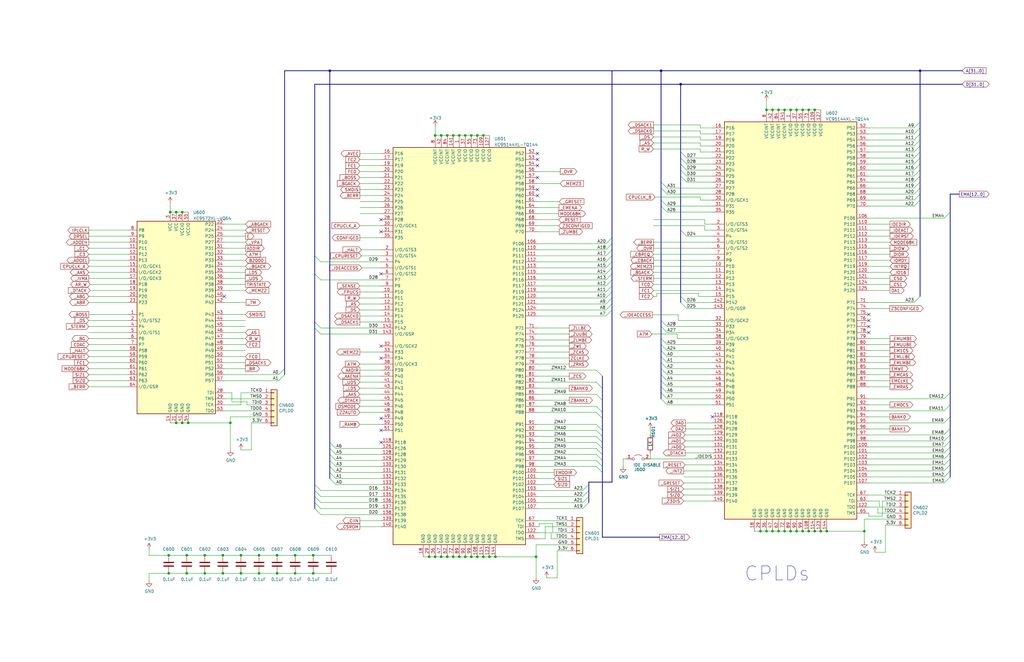
<source format=kicad_sch>
(kicad_sch (version 20211123) (generator eeschema)
  (paper "B")
  (title_block (title "Amiga N2630") (date "2022-09-09") (rev "2.2"))
  (junction (at 93.98 234.315))
  (junction (at 124.46 234.315))
  (junction (at 364.49 224.155))
  (junction (at 335.915 224.155))
  (junction (at 71.755 89.535))
  (junction (at 226.06 234.95))
  (junction (at 74.295 178.435))
  (junction (at 74.295 89.535))
  (junction (at 109.22 234.315))
  (junction (at 71.12 234.315))
  (junction (at 206.375 234.95))
  (junction (at 132.08 234.315))
  (junction (at 208.915 234.95))
  (junction (at 203.835 57.15))
  (junction (at 139.065 29.845))
  (junction (at 109.22 241.935))
  (junction (at 132.08 241.935))
  (junction (at 191.135 57.15))
  (junction (at 193.675 57.15))
  (junction (at 86.36 234.315))
  (junction (at 196.215 57.15))
  (junction (at 325.755 224.155))
  (junction (at 183.515 57.15))
  (junction (at 191.135 234.95))
  (junction (at 76.835 178.435))
  (junction (at 343.535 46.355))
  (junction (at 330.835 224.155))
  (junction (at 387.985 29.845))
  (junction (at 116.84 234.315))
  (junction (at 188.595 57.15))
  (junction (at 97.155 178.435))
  (junction (at 201.295 57.15))
  (junction (at 180.975 234.95))
  (junction (at 340.995 46.355))
  (junction (at 287.02 35.56))
  (junction (at 78.74 234.315))
  (junction (at 76.835 89.535))
  (junction (at 78.74 241.935))
  (junction (at 124.46 241.935))
  (junction (at 278.765 29.845))
  (junction (at 333.375 224.155))
  (junction (at 101.6 234.315))
  (junction (at 340.995 224.155))
  (junction (at 323.215 46.355))
  (junction (at 325.755 46.355))
  (junction (at 338.455 46.355))
  (junction (at 346.075 224.155))
  (junction (at 186.055 234.95))
  (junction (at 198.755 57.15))
  (junction (at 79.375 178.435))
  (junction (at 196.215 234.95))
  (junction (at 186.055 57.15))
  (junction (at 93.98 241.935))
  (junction (at 328.295 46.355))
  (junction (at 101.6 241.935))
  (junction (at 323.215 224.155))
  (junction (at 328.295 224.155))
  (junction (at 343.535 224.155))
  (junction (at 330.835 46.355))
  (junction (at 116.84 241.935))
  (junction (at 335.915 46.355))
  (junction (at 320.675 224.155))
  (junction (at 338.455 224.155))
  (junction (at 183.515 234.95))
  (junction (at 71.12 241.935))
  (junction (at 86.36 241.935))
  (junction (at 333.375 46.355))
  (junction (at 193.675 234.95))
  (junction (at 203.835 234.95))
  (junction (at 188.595 234.95))
  (junction (at 201.295 234.95))
  (junction (at 348.615 224.155))
  (junction (at 198.755 234.95))
  (no_connect (at 94.615 125.095))
  (no_connect (at 160.655 186.69))
  (no_connect (at 226.695 82.55))
  (no_connect (at 226.695 80.01))
  (no_connect (at 226.695 74.93))
  (no_connect (at 226.695 67.31))
  (no_connect (at 226.695 64.77))
  (no_connect (at 226.695 69.85))
  (no_connect (at 160.655 115.57))
  (no_connect (at 160.655 97.79))
  (no_connect (at 300.355 175.895))
  (no_connect (at 160.655 146.05))
  (no_connect (at 160.655 92.71))
  (no_connect (at 366.395 140.335))
  (no_connect (at 366.395 137.795))
  (no_connect (at 366.395 135.255))
  (no_connect (at 160.655 151.13))
  (no_connect (at 160.655 176.53))
  (no_connect (at 160.655 181.61))
  (no_connect (at 366.395 132.715))
  (bus_entry (at 281.305 137.795) (size -2.54 -2.54))
  (bus_entry (at 398.145 186.055) (size 2.54 -2.54))
  (bus_entry (at 398.018 183.515) (size 2.54 -2.54))
  (bus_entry (at 398.145 188.595) (size 2.54 -2.54))
  (bus_entry (at 398.145 173.355) (size 2.54 -2.54))
  (bus_entry (at 398.145 178.435) (size 2.54 -2.54))
  (bus_entry (at 255.524 107.95) (size 2.54 -2.54))
  (bus_entry (at 385.445 74.295) (size 2.54 -2.54))
  (bus_entry (at 385.445 61.595) (size 2.54 -2.54))
  (bus_entry (at 255.524 133.35) (size 2.54 -2.54))
  (bus_entry (at 385.445 53.975) (size 2.54 -2.54))
  (bus_entry (at 281.305 89.535) (size -2.54 -2.54))
  (bus_entry (at 281.305 79.375) (size -2.54 -2.54))
  (bus_entry (at 385.445 127.635) (size 2.54 -2.54))
  (bus_entry (at 385.445 79.375) (size 2.54 -2.54))
  (bus_entry (at 135.255 209.55) (size -2.54 -2.54))
  (bus_entry (at 289.56 71.755) (size -2.54 -2.54))
  (bus_entry (at 281.305 165.735) (size -2.54 -2.54))
  (bus_entry (at 398.145 201.295) (size 2.54 -2.54))
  (bus_entry (at 398.145 193.675) (size 2.54 -2.54))
  (bus_entry (at 398.145 203.835) (size 2.54 -2.54))
  (bus_entry (at 398.145 92.075) (size 2.54 -2.54))
  (bus_entry (at 398.018 198.755) (size 2.54 -2.54))
  (bus_entry (at 398.145 196.215) (size 2.54 -2.54))
  (bus_entry (at 398.145 191.135) (size 2.54 -2.54))
  (bus_entry (at 251.46 156.21) (size 2.54 2.54))
  (bus_entry (at 135.255 207.01) (size -2.54 -2.54))
  (bus_entry (at 281.305 163.195) (size -2.54 -2.54))
  (bus_entry (at 281.305 150.495) (size -2.54 -2.54))
  (bus_entry (at 281.305 145.415) (size -2.54 -2.54))
  (bus_entry (at 141.605 204.47) (size -2.54 -2.54))
  (bus_entry (at 141.605 196.85) (size -2.54 -2.54))
  (bus_entry (at 141.605 194.31) (size -2.54 -2.54))
  (bus_entry (at 141.605 199.39) (size -2.54 -2.54))
  (bus_entry (at 141.605 201.93) (size -2.54 -2.54))
  (bus_entry (at 141.605 189.23) (size -2.54 -2.54))
  (bus_entry (at 141.605 191.77) (size -2.54 -2.54))
  (bus_entry (at 255.524 118.11) (size 2.54 -2.54))
  (bus_entry (at 255.524 128.27) (size 2.54 -2.54))
  (bus_entry (at 255.524 120.65) (size 2.54 -2.54))
  (bus_entry (at 255.524 123.19) (size 2.54 -2.54))
  (bus_entry (at 255.524 125.73) (size 2.54 -2.54))
  (bus_entry (at 255.524 130.81) (size 2.54 -2.54))
  (bus_entry (at 245.745 207.01) (size 2.54 -2.54))
  (bus_entry (at 245.745 214.63) (size 2.54 -2.54))
  (bus_entry (at 245.745 212.09) (size 2.54 -2.54))
  (bus_entry (at 255.524 115.57) (size 2.54 -2.54))
  (bus_entry (at 255.524 113.03) (size 2.54 -2.54))
  (bus_entry (at 245.745 209.55) (size 2.54 -2.54))
  (bus_entry (at 251.46 161.29) (size 2.54 2.54))
  (bus_entry (at 385.445 84.455) (size 2.54 -2.54))
  (bus_entry (at 289.56 130.175) (size -2.54 -2.54))
  (bus_entry (at 385.445 69.215) (size 2.54 -2.54))
  (bus_entry (at 255.524 110.49) (size 2.54 -2.54))
  (bus_entry (at 385.445 81.915) (size 2.54 -2.54))
  (bus_entry (at 385.445 59.055) (size 2.54 -2.54))
  (bus_entry (at 281.305 170.815) (size -2.54 -2.54))
  (bus_entry (at 289.56 127.635) (size -2.54 -2.54))
  (bus_entry (at 385.445 56.515) (size 2.54 -2.54))
  (bus_entry (at 281.305 155.575) (size -2.54 -2.54))
  (bus_entry (at 135.255 217.17) (size -2.54 -2.54))
  (bus_entry (at 289.56 74.295) (size -2.54 -2.54))
  (bus_entry (at 281.305 168.275) (size -2.54 -2.54))
  (bus_entry (at 281.305 160.655) (size -2.54 -2.54))
  (bus_entry (at 289.56 99.695) (size -2.54 -2.54))
  (bus_entry (at 117.475 158.115) (size 2.54 -2.54))
  (bus_entry (at 255.524 102.87) (size 2.54 -2.54))
  (bus_entry (at 385.445 71.755) (size 2.54 -2.54))
  (bus_entry (at 281.305 158.115) (size -2.54 -2.54))
  (bus_entry (at 398.145 168.275) (size 2.54 -2.54))
  (bus_entry (at 289.56 66.675) (size -2.54 -2.54))
  (bus_entry (at 281.305 147.955) (size -2.54 -2.54))
  (bus_entry (at 385.445 64.135) (size 2.54 -2.54))
  (bus_entry (at 281.305 140.335) (size -2.54 -2.54))
  (bus_entry (at 385.445 86.995) (size 2.54 -2.54))
  (bus_entry (at 289.56 76.835) (size -2.54 -2.54))
  (bus_entry (at 385.445 66.675) (size 2.54 -2.54))
  (bus_entry (at 385.445 76.835) (size 2.54 -2.54))
  (bus_entry (at 255.524 105.41) (size 2.54 -2.54))
  (bus_entry (at 281.305 153.035) (size -2.54 -2.54))
  (bus_entry (at 135.255 212.09) (size -2.54 -2.54))
  (bus_entry (at 289.56 69.215) (size -2.54 -2.54))
  (bus_entry (at 251.46 171.45) (size 2.54 2.54))
  (bus_entry (at 251.46 166.37) (size 2.54 2.54))
  (bus_entry (at 251.46 179.07) (size 2.54 2.54))
  (bus_entry (at 251.46 173.99) (size 2.54 2.54))
  (bus_entry (at 251.46 191.77) (size 2.54 2.54))
  (bus_entry (at 251.46 194.31) (size 2.54 2.54))
  (bus_entry (at 251.46 196.85) (size 2.54 2.54))
  (bus_entry (at 251.46 184.15) (size 2.54 2.54))
  (bus_entry (at 251.46 189.23) (size 2.54 2.54))
  (bus_entry (at 251.46 181.61) (size 2.54 2.54))
  (bus_entry (at 251.46 186.69) (size 2.54 2.54))
  (bus_entry (at 117.475 160.655) (size 2.54 -2.54))
  (bus_entry (at 281.305 86.995) (size -2.54 -2.54))
  (bus_entry (at 281.305 81.915) (size -2.54 -2.54))
  (bus_entry (at 135.255 110.49) (size -2.54 -2.54))
  (bus_entry (at 135.255 118.11) (size -2.54 -2.54))
  (bus_entry (at 135.255 140.97) (size -2.54 -2.54))
  (bus_entry (at 135.255 138.43) (size -2.54 -2.54))
  (bus_entry (at 135.255 214.63) (size -2.54 -2.54))
  (bus (pts (xy 278.765 79.375) (xy 278.765 84.455)))
  (wire (pts (xy 53.975 112.395) (xy 37.465 112.395)))
  (wire (pts (xy 160.655 166.37) (xy 151.765 166.37)))
  (wire (pts (xy 366.395 173.355) (xy 398.145 173.355)))
  (wire (pts (xy 276.225 83.185) (xy 295.275 83.185)))
  (wire (pts (xy 183.515 234.95) (xy 186.055 234.95)))
  (wire (pts (xy 226.06 243.84) (xy 226.06 234.95)))
  (bus (pts (xy 254 163.83) (xy 254 168.91)))
  (wire (pts (xy 226.06 234.95) (xy 226.06 229.87)))
  (bus (pts (xy 258.064 120.65) (xy 258.064 118.11)))
  (bus (pts (xy 132.715 107.95) (xy 132.715 35.56)))
  (wire (pts (xy 297.18 97.155) (xy 300.355 97.155)))
  (bus (pts (xy 258.064 115.57) (xy 258.064 113.03)))
  (bus (pts (xy 254 181.61) (xy 254 184.15)))
  (wire (pts (xy 203.835 234.95) (xy 206.375 234.95)))
  (wire (pts (xy 366.395 109.855) (xy 375.285 109.855)))
  (wire (pts (xy 288.29 203.835) (xy 300.355 203.835)))
  (wire (pts (xy 103.505 147.955) (xy 94.615 147.955)))
  (wire (pts (xy 297.18 92.71) (xy 297.18 94.615)))
  (wire (pts (xy 180.975 234.95) (xy 183.515 234.95)))
  (wire (pts (xy 101.6 241.935) (xy 93.98 241.935)))
  (wire (pts (xy 239.395 222.25) (xy 229.87 222.25)))
  (bus (pts (xy 248.285 212.09) (xy 248.285 209.55)))
  (wire (pts (xy 300.355 165.735) (xy 281.305 165.735)))
  (bus (pts (xy 287.02 125.095) (xy 287.02 127.635)))
  (wire (pts (xy 289.56 127.635) (xy 300.355 127.635)))
  (wire (pts (xy 300.355 160.655) (xy 281.305 160.655)))
  (wire (pts (xy 53.975 109.855) (xy 37.465 109.855)))
  (wire (pts (xy 103.505 135.255) (xy 94.615 135.255)))
  (wire (pts (xy 188.595 234.95) (xy 191.135 234.95)))
  (wire (pts (xy 151.765 222.25) (xy 160.655 222.25)))
  (wire (pts (xy 366.395 170.815) (xy 375.285 170.815)))
  (wire (pts (xy 372.11 217.805) (xy 366.395 217.805)))
  (wire (pts (xy 104.14 170.815) (xy 110.49 170.815)))
  (wire (pts (xy 366.395 120.015) (xy 375.285 120.015)))
  (wire (pts (xy 135.255 214.63) (xy 160.655 214.63)))
  (wire (pts (xy 320.675 224.155) (xy 318.135 224.155)))
  (wire (pts (xy 286.004 135.255) (xy 286.004 132.842)))
  (wire (pts (xy 295.275 52.705) (xy 275.59 52.705)))
  (bus (pts (xy 139.065 194.31) (xy 139.065 196.85)))
  (wire (pts (xy 328.295 46.355) (xy 325.755 46.355)))
  (wire (pts (xy 385.445 71.755) (xy 366.395 71.755)))
  (wire (pts (xy 274.193 193.675) (xy 300.355 193.675)))
  (bus (pts (xy 254 158.75) (xy 254 163.83)))
  (wire (pts (xy 281.305 150.495) (xy 300.355 150.495)))
  (wire (pts (xy 255.524 110.49) (xy 226.695 110.49)))
  (wire (pts (xy 245.745 214.63) (xy 226.695 214.63)))
  (wire (pts (xy 262.763 193.675) (xy 262.763 196.85)))
  (wire (pts (xy 364.49 224.155) (xy 364.49 219.075)))
  (wire (pts (xy 385.445 84.455) (xy 366.395 84.455)))
  (bus (pts (xy 132.715 212.09) (xy 132.715 214.63)))
  (wire (pts (xy 97.155 178.435) (xy 97.155 175.895)))
  (wire (pts (xy 53.975 122.555) (xy 38.1 122.555)))
  (wire (pts (xy 285.5976 142.875) (xy 285.5976 140.97)))
  (wire (pts (xy 295.275 60.325) (xy 295.275 61.595)))
  (bus (pts (xy 248.285 209.55) (xy 248.285 207.01)))
  (wire (pts (xy 297.18 95.25) (xy 297.18 97.155)))
  (wire (pts (xy 71.755 85.725) (xy 71.755 89.535)))
  (wire (pts (xy 103.505 102.235) (xy 94.615 102.235)))
  (wire (pts (xy 135.255 207.01) (xy 160.655 207.01)))
  (wire (pts (xy 300.355 107.315) (xy 275.59 107.315)))
  (wire (pts (xy 151.765 87.63) (xy 160.655 87.63)))
  (wire (pts (xy 226.695 97.79) (xy 235.839 97.79)))
  (wire (pts (xy 103.505 155.575) (xy 94.615 155.575)))
  (bus (pts (xy 132.715 138.557) (xy 132.715 204.47)))
  (wire (pts (xy 226.695 189.23) (xy 251.46 189.23)))
  (wire (pts (xy 191.135 57.15) (xy 188.595 57.15)))
  (wire (pts (xy 53.975 125.095) (xy 37.465 125.095)))
  (wire (pts (xy 335.915 46.355) (xy 333.375 46.355)))
  (wire (pts (xy 300.355 208.915) (xy 288.29 208.915)))
  (wire (pts (xy 94.615 94.615) (xy 103.505 94.615)))
  (wire (pts (xy 385.445 127.635) (xy 366.395 127.635)))
  (wire (pts (xy 226.695 219.71) (xy 239.395 219.71)))
  (bus (pts (xy 258.064 102.87) (xy 258.064 100.33)))
  (wire (pts (xy 281.305 147.955) (xy 300.355 147.955)))
  (wire (pts (xy 226.695 92.71) (xy 235.585 92.71)))
  (wire (pts (xy 37.465 158.115) (xy 53.975 158.115)))
  (wire (pts (xy 281.305 89.535) (xy 300.355 89.535)))
  (wire (pts (xy 281.305 81.915) (xy 300.355 81.915)))
  (bus (pts (xy 254 191.77) (xy 254 194.31)))
  (wire (pts (xy 289.56 99.695) (xy 300.355 99.695)))
  (bus (pts (xy 400.685 191.135) (xy 400.685 188.595)))
  (wire (pts (xy 226.695 194.31) (xy 251.46 194.31)))
  (wire (pts (xy 160.655 74.93) (xy 151.765 74.93)))
  (wire (pts (xy 103.505 122.555) (xy 94.615 122.555)))
  (wire (pts (xy 226.695 191.77) (xy 251.46 191.77)))
  (bus (pts (xy 258.064 118.11) (xy 258.064 115.57)))
  (bus (pts (xy 254 199.39) (xy 254 226.695)))
  (wire (pts (xy 300.355 186.055) (xy 288.925 186.055)))
  (wire (pts (xy 94.615 158.115) (xy 117.475 158.115)))
  (wire (pts (xy 300.355 112.395) (xy 275.59 112.395)))
  (wire (pts (xy 289.56 74.295) (xy 300.355 74.295)))
  (wire (pts (xy 206.375 234.95) (xy 208.915 234.95)))
  (wire (pts (xy 366.395 175.895) (xy 375.285 175.895)))
  (wire (pts (xy 274.193 183.515) (xy 274.193 180.975)))
  (wire (pts (xy 196.215 234.95) (xy 198.755 234.95)))
  (wire (pts (xy 160.655 64.77) (xy 151.765 64.77)))
  (bus (pts (xy 387.985 64.135) (xy 387.985 66.675)))
  (bus (pts (xy 254 189.23) (xy 254 191.77)))
  (wire (pts (xy 300.355 125.095) (xy 294.64 125.095)))
  (wire (pts (xy 160.655 77.47) (xy 151.765 77.47)))
  (wire (pts (xy 300.355 170.815) (xy 281.305 170.815)))
  (wire (pts (xy 274.193 191.135) (xy 274.193 193.675)))
  (wire (pts (xy 141.605 196.85) (xy 160.655 196.85)))
  (wire (pts (xy 289.56 76.835) (xy 300.355 76.835)))
  (wire (pts (xy 94.615 109.855) (xy 103.505 109.855)))
  (wire (pts (xy 385.445 53.975) (xy 366.395 53.975)))
  (wire (pts (xy 160.655 173.99) (xy 151.765 173.99)))
  (wire (pts (xy 325.755 46.355) (xy 323.215 46.355)))
  (wire (pts (xy 196.215 57.15) (xy 193.675 57.15)))
  (wire (pts (xy 53.975 117.475) (xy 37.465 117.475)))
  (bus (pts (xy 400.685 175.895) (xy 400.685 170.815)))
  (bus (pts (xy 387.985 61.595) (xy 387.985 64.135)))
  (wire (pts (xy 366.395 145.415) (xy 375.285 145.415)))
  (wire (pts (xy 93.98 241.935) (xy 86.36 241.935)))
  (wire (pts (xy 300.355 183.515) (xy 288.925 183.515)))
  (wire (pts (xy 275.59 104.775) (xy 300.355 104.775)))
  (wire (pts (xy 103.505 150.495) (xy 94.615 150.495)))
  (wire (pts (xy 37.465 147.955) (xy 53.975 147.955)))
  (wire (pts (xy 226.695 199.39) (xy 233.68 199.39)))
  (wire (pts (xy 124.46 241.935) (xy 132.08 241.935)))
  (wire (pts (xy 340.995 224.155) (xy 338.455 224.155)))
  (wire (pts (xy 37.465 132.715) (xy 53.975 132.715)))
  (wire (pts (xy 37.465 140.335) (xy 53.975 140.335)))
  (bus (pts (xy 400.685 89.535) (xy 400.685 81.915)))
  (wire (pts (xy 151.765 156.21) (xy 160.655 156.21)))
  (wire (pts (xy 151.765 123.19) (xy 160.655 123.19)))
  (wire (pts (xy 53.975 137.795) (xy 37.465 137.795)))
  (bus (pts (xy 254 194.31) (xy 254 196.85)))
  (wire (pts (xy 226.695 90.17) (xy 235.585 90.17)))
  (wire (pts (xy 37.465 104.775) (xy 53.975 104.775)))
  (wire (pts (xy 300.355 163.195) (xy 281.305 163.195)))
  (wire (pts (xy 281.305 86.995) (xy 300.355 86.995)))
  (bus (pts (xy 248.285 203.454) (xy 258.064 203.454)))
  (wire (pts (xy 208.915 234.95) (xy 226.06 234.95)))
  (bus (pts (xy 278.765 158.115) (xy 278.765 160.655)))
  (wire (pts (xy 135.255 217.17) (xy 160.655 217.17)))
  (wire (pts (xy 191.135 234.95) (xy 193.675 234.95)))
  (bus (pts (xy 258.064 113.03) (xy 258.064 110.49)))
  (wire (pts (xy 366.395 178.435) (xy 398.145 178.435)))
  (bus (pts (xy 278.765 153.035) (xy 278.765 155.575)))
  (wire (pts (xy 385.445 69.215) (xy 366.395 69.215)))
  (bus (pts (xy 120.015 29.845) (xy 139.065 29.845)))
  (bus (pts (xy 287.02 35.56) (xy 287.02 64.135)))
  (wire (pts (xy 160.655 163.83) (xy 151.765 163.83)))
  (wire (pts (xy 375.285 122.555) (xy 366.395 122.555)))
  (bus (pts (xy 278.765 160.655) (xy 278.765 163.195)))
  (bus (pts (xy 254 176.53) (xy 254 181.61)))
  (bus (pts (xy 258.064 128.27) (xy 258.064 130.81)))
  (wire (pts (xy 151.765 125.73) (xy 160.655 125.73)))
  (wire (pts (xy 76.835 178.435) (xy 79.375 178.435)))
  (wire (pts (xy 151.765 158.75) (xy 160.655 158.75)))
  (wire (pts (xy 226.695 143.51) (xy 240.03 143.51)))
  (wire (pts (xy 234.95 243.84) (xy 230.505 243.84)))
  (wire (pts (xy 103.505 140.335) (xy 94.615 140.335)))
  (wire (pts (xy 226.695 87.63) (xy 235.712 87.63)))
  (wire (pts (xy 255.524 102.87) (xy 226.695 102.87)))
  (wire (pts (xy 109.22 241.935) (xy 101.6 241.935)))
  (wire (pts (xy 141.605 191.77) (xy 160.655 191.77)))
  (wire (pts (xy 193.675 234.95) (xy 196.215 234.95)))
  (wire (pts (xy 79.375 178.435) (xy 97.155 178.435)))
  (wire (pts (xy 372.11 211.455) (xy 372.11 217.805)))
  (bus (pts (xy 387.985 66.675) (xy 387.985 69.215)))
  (bus (pts (xy 400.685 81.915) (xy 404.495 81.915)))
  (wire (pts (xy 366.395 163.195) (xy 375.285 163.195)))
  (wire (pts (xy 103.505 145.415) (xy 94.615 145.415)))
  (wire (pts (xy 300.355 117.475) (xy 275.59 117.475)))
  (wire (pts (xy 264.033 193.675) (xy 262.763 193.675)))
  (wire (pts (xy 226.695 72.39) (xy 236.22 72.39)))
  (bus (pts (xy 278.765 145.415) (xy 278.765 147.955)))
  (bus (pts (xy 287.02 74.295) (xy 287.02 97.155)))
  (bus (pts (xy 278.765 29.845) (xy 387.985 29.845)))
  (bus (pts (xy 278.765 165.735) (xy 278.765 168.275)))
  (bus (pts (xy 400.685 193.675) (xy 400.685 191.135)))
  (wire (pts (xy 135.255 138.43) (xy 160.655 138.43)))
  (wire (pts (xy 109.22 234.315) (xy 116.84 234.315)))
  (wire (pts (xy 151.765 120.65) (xy 160.655 120.65)))
  (wire (pts (xy 160.655 107.95) (xy 152.4 107.95)))
  (bus (pts (xy 287.02 64.135) (xy 287.02 66.675)))
  (bus (pts (xy 258.064 130.81) (xy 258.064 203.454)))
  (wire (pts (xy 366.395 183.515) (xy 398.018 183.515)))
  (wire (pts (xy 141.605 189.23) (xy 160.655 189.23)))
  (wire (pts (xy 333.375 46.355) (xy 330.835 46.355)))
  (wire (pts (xy 226.695 153.67) (xy 240.03 153.67)))
  (wire (pts (xy 300.355 114.935) (xy 275.59 114.935)))
  (wire (pts (xy 160.655 95.25) (xy 151.765 95.25)))
  (wire (pts (xy 229.87 222.25) (xy 229.87 227.33)))
  (wire (pts (xy 233.045 220.98) (xy 227.33 220.98)))
  (bus (pts (xy 400.685 89.535) (xy 400.685 165.735)))
  (wire (pts (xy 116.84 241.935) (xy 124.46 241.935)))
  (wire (pts (xy 135.255 110.49) (xy 160.655 110.49)))
  (wire (pts (xy 53.975 107.315) (xy 37.465 107.315)))
  (wire (pts (xy 300.355 120.015) (xy 275.59 120.015)))
  (wire (pts (xy 86.36 234.315) (xy 78.74 234.315)))
  (bus (pts (xy 387.985 29.845) (xy 405.765 29.845)))
  (wire (pts (xy 226.695 77.47) (xy 236.1946 77.47)))
  (wire (pts (xy 103.505 112.395) (xy 94.615 112.395)))
  (wire (pts (xy 97.155 189.865) (xy 97.155 178.435)))
  (wire (pts (xy 151.765 130.81) (xy 160.655 130.81)))
  (wire (pts (xy 232.41 227.33) (xy 239.395 227.33)))
  (wire (pts (xy 275.59 60.325) (xy 295.275 60.325)))
  (wire (pts (xy 338.455 224.155) (xy 335.915 224.155)))
  (wire (pts (xy 226.695 85.09) (xy 235.839 85.09)))
  (wire (pts (xy 101.6 165.735) (xy 101.6 170.815)))
  (wire (pts (xy 370.84 213.995) (xy 377.825 213.995)))
  (wire (pts (xy 97.79 165.735) (xy 97.79 169.545)))
  (wire (pts (xy 300.355 84.455) (xy 295.275 84.455)))
  (wire (pts (xy 198.755 57.15) (xy 196.215 57.15)))
  (wire (pts (xy 226.695 179.07) (xy 251.46 179.07)))
  (wire (pts (xy 201.295 57.15) (xy 198.755 57.15)))
  (wire (pts (xy 276.86 125.095) (xy 275.59 125.095)))
  (wire (pts (xy 109.22 241.935) (xy 116.84 241.935)))
  (wire (pts (xy 297.18 94.615) (xy 300.355 94.615)))
  (wire (pts (xy 348.615 224.155) (xy 364.49 224.155)))
  (wire (pts (xy 71.12 234.315) (xy 62.865 234.315)))
  (bus (pts (xy 139.065 191.77) (xy 139.065 194.31)))
  (wire (pts (xy 385.445 86.995) (xy 366.395 86.995)))
  (wire (pts (xy 198.755 234.95) (xy 201.295 234.95)))
  (wire (pts (xy 255.524 133.35) (xy 226.695 133.35)))
  (bus (pts (xy 400.685 188.595) (xy 400.685 186.055)))
  (bus (pts (xy 258.064 100.33) (xy 258.064 29.972)))
  (bus (pts (xy 387.985 56.515) (xy 387.985 59.055)))
  (bus (pts (xy 139.065 186.69) (xy 139.065 189.23)))
  (wire (pts (xy 124.46 234.315) (xy 132.08 234.315)))
  (wire (pts (xy 294.64 123.825) (xy 276.86 123.825)))
  (wire (pts (xy 141.605 199.39) (xy 160.655 199.39)))
  (wire (pts (xy 71.12 241.935) (xy 62.865 241.935)))
  (wire (pts (xy 370.205 213.995) (xy 370.205 216.535)))
  (wire (pts (xy 366.395 168.275) (xy 398.145 168.275)))
  (wire (pts (xy 203.835 57.15) (xy 201.295 57.15)))
  (wire (pts (xy 53.975 99.695) (xy 37.465 99.695)))
  (wire (pts (xy 233.045 224.79) (xy 233.045 220.98)))
  (bus (pts (xy 400.685 183.515) (xy 400.685 175.895)))
  (wire (pts (xy 366.395 112.395) (xy 375.285 112.395)))
  (wire (pts (xy 37.465 153.035) (xy 53.975 153.035)))
  (bus (pts (xy 278.765 163.195) (xy 278.765 165.735)))
  (wire (pts (xy 226.695 184.15) (xy 251.46 184.15)))
  (wire (pts (xy 366.395 203.835) (xy 398.145 203.835)))
  (wire (pts (xy 366.395 114.935) (xy 375.285 114.935)))
  (wire (pts (xy 385.445 64.135) (xy 366.395 64.135)))
  (wire (pts (xy 186.055 234.95) (xy 188.595 234.95)))
  (wire (pts (xy 323.215 224.155) (xy 320.675 224.155)))
  (wire (pts (xy 288.29 198.755) (xy 300.355 198.755)))
  (wire (pts (xy 226.695 140.97) (xy 240.03 140.97)))
  (wire (pts (xy 300.355 191.135) (xy 288.925 191.135)))
  (wire (pts (xy 377.825 221.615) (xy 373.38 221.615)))
  (bus (pts (xy 278.765 137.795) (xy 278.765 142.875)))
  (wire (pts (xy 366.395 142.875) (xy 375.285 142.875)))
  (wire (pts (xy 255.524 130.81) (xy 226.695 130.81)))
  (bus (pts (xy 258.064 107.95) (xy 258.064 105.41)))
  (wire (pts (xy 385.445 56.515) (xy 366.395 56.515)))
  (wire (pts (xy 323.215 42.545) (xy 323.215 46.355)))
  (wire (pts (xy 103.505 137.795) (xy 94.615 137.795)))
  (wire (pts (xy 117.475 160.655) (xy 94.615 160.655)))
  (wire (pts (xy 132.08 234.315) (xy 139.7 234.315)))
  (wire (pts (xy 160.655 161.29) (xy 151.765 161.29)))
  (wire (pts (xy 300.355 56.515) (xy 295.275 56.515)))
  (bus (pts (xy 132.715 115.57) (xy 132.715 107.95)))
  (wire (pts (xy 226.695 204.47) (xy 233.553 204.47)))
  (wire (pts (xy 151.765 153.67) (xy 160.655 153.67)))
  (wire (pts (xy 53.975 127.635) (xy 37.465 127.635)))
  (bus (pts (xy 387.985 81.915) (xy 387.985 84.455)))
  (wire (pts (xy 288.925 196.215) (xy 300.355 196.215)))
  (wire (pts (xy 295.275 55.245) (xy 275.59 55.245)))
  (wire (pts (xy 97.79 169.545) (xy 104.14 169.545)))
  (bus (pts (xy 400.685 186.055) (xy 400.685 183.515)))
  (wire (pts (xy 132.08 241.935) (xy 139.7 241.935)))
  (wire (pts (xy 295.275 64.135) (xy 295.275 62.865)))
  (bus (pts (xy 400.685 201.295) (xy 400.685 198.755)))
  (wire (pts (xy 366.395 117.475) (xy 375.285 117.475)))
  (wire (pts (xy 288.925 180.975) (xy 300.355 180.975)))
  (wire (pts (xy 366.395 211.455) (xy 370.84 211.455)))
  (wire (pts (xy 226.695 151.13) (xy 240.03 151.13)))
  (wire (pts (xy 53.975 120.015) (xy 38.1 120.015)))
  (wire (pts (xy 370.205 216.535) (xy 377.825 216.535)))
  (wire (pts (xy 226.695 158.75) (xy 240.03 158.75)))
  (wire (pts (xy 364.49 219.075) (xy 377.825 219.075)))
  (wire (pts (xy 255.524 105.41) (xy 226.695 105.41)))
  (wire (pts (xy 295.275 56.515) (xy 295.275 55.245)))
  (wire (pts (xy 93.98 234.315) (xy 86.36 234.315)))
  (wire (pts (xy 276.86 123.825) (xy 276.86 125.095)))
  (wire (pts (xy 281.305 153.035) (xy 300.355 153.035)))
  (wire (pts (xy 373.38 233.045) (xy 368.935 233.045)))
  (bus (pts (xy 132.715 135.89) (xy 132.715 115.57)))
  (wire (pts (xy 275.59 102.235) (xy 300.355 102.235)))
  (wire (pts (xy 227.33 222.25) (xy 226.695 222.25)))
  (wire (pts (xy 275.59 62.865) (xy 295.275 62.865)))
  (wire (pts (xy 151.765 67.31) (xy 160.655 67.31)))
  (bus (pts (xy 254 184.15) (xy 254 186.69)))
  (wire (pts (xy 366.395 198.755) (xy 398.018 198.755)))
  (wire (pts (xy 366.395 104.775) (xy 375.285 104.775)))
  (wire (pts (xy 160.655 80.01) (xy 151.765 80.01)))
  (wire (pts (xy 255.524 113.03) (xy 226.695 113.03)))
  (wire (pts (xy 366.395 150.495) (xy 375.285 150.495)))
  (bus (pts (xy 287.02 35.56) (xy 405.765 35.56)))
  (wire (pts (xy 288.29 206.375) (xy 300.355 206.375)))
  (wire (pts (xy 160.655 171.45) (xy 151.765 171.45)))
  (wire (pts (xy 151.765 128.27) (xy 160.655 128.27)))
  (wire (pts (xy 206.375 57.15) (xy 203.835 57.15)))
  (wire (pts (xy 160.655 85.09) (xy 151.765 85.09)))
  (wire (pts (xy 160.655 179.07) (xy 151.765 179.07)))
  (wire (pts (xy 286.004 132.842) (xy 275.082 132.842)))
  (bus (pts (xy 287.02 71.755) (xy 287.02 74.295)))
  (wire (pts (xy 255.524 115.57) (xy 226.695 115.57)))
  (wire (pts (xy 160.655 168.91) (xy 151.765 168.91)))
  (wire (pts (xy 37.465 150.495) (xy 53.975 150.495)))
  (wire (pts (xy 385.445 79.375) (xy 366.395 79.375)))
  (wire (pts (xy 37.465 160.655) (xy 53.975 160.655)))
  (wire (pts (xy 328.295 224.155) (xy 325.755 224.155)))
  (wire (pts (xy 366.395 153.035) (xy 375.285 153.035)))
  (wire (pts (xy 245.745 212.09) (xy 226.695 212.09)))
  (wire (pts (xy 53.975 135.255) (xy 37.465 135.255)))
  (wire (pts (xy 275.59 57.785) (xy 295.275 57.785)))
  (wire (pts (xy 160.655 72.39) (xy 151.765 72.39)))
  (wire (pts (xy 226.695 171.45) (xy 251.46 171.45)))
  (wire (pts (xy 294.64 125.095) (xy 294.64 123.825)))
  (wire (pts (xy 37.465 145.415) (xy 53.975 145.415)))
  (wire (pts (xy 226.695 146.05) (xy 240.03 146.05)))
  (bus (pts (xy 400.685 170.815) (xy 400.685 165.735)))
  (bus (pts (xy 139.065 199.39) (xy 139.065 201.93)))
  (wire (pts (xy 364.49 228.6) (xy 364.49 224.155)))
  (wire (pts (xy 103.505 142.875) (xy 94.615 142.875)))
  (wire (pts (xy 377.825 211.455) (xy 372.11 211.455)))
  (bus (pts (xy 278.765 147.955) (xy 278.765 150.495)))
  (wire (pts (xy 94.615 97.155) (xy 103.505 97.155)))
  (bus (pts (xy 387.985 79.375) (xy 387.985 81.915)))
  (bus (pts (xy 120.015 158.115) (xy 120.015 155.575)))
  (bus (pts (xy 387.985 53.975) (xy 387.985 56.515)))
  (wire (pts (xy 226.695 181.61) (xy 251.46 181.61)))
  (wire (pts (xy 110.49 168.275) (xy 94.615 168.275)))
  (bus (pts (xy 132.715 35.56) (xy 287.02 35.56)))
  (wire (pts (xy 366.395 213.995) (xy 370.205 213.995)))
  (bus (pts (xy 254 226.695) (xy 278.13 226.695)))
  (bus (pts (xy 258.064 105.41) (xy 258.064 102.87)))
  (bus (pts (xy 120.015 155.575) (xy 120.015 29.845)))
  (wire (pts (xy 110.49 173.355) (xy 94.615 173.355)))
  (wire (pts (xy 160.655 204.47) (xy 141.605 204.47)))
  (wire (pts (xy 295.275 53.975) (xy 295.275 52.705)))
  (bus (pts (xy 139.065 196.85) (xy 139.065 199.39)))
  (bus (pts (xy 387.985 74.295) (xy 387.985 76.835)))
  (bus (pts (xy 387.985 69.215) (xy 387.985 71.755)))
  (wire (pts (xy 366.395 158.115) (xy 375.285 158.115)))
  (wire (pts (xy 289.56 71.755) (xy 300.355 71.755)))
  (wire (pts (xy 109.22 234.315) (xy 101.6 234.315)))
  (wire (pts (xy 330.835 224.155) (xy 328.295 224.155)))
  (wire (pts (xy 274.9296 140.97) (xy 285.5976 140.97)))
  (bus (pts (xy 387.985 51.435) (xy 387.985 53.975)))
  (wire (pts (xy 385.445 76.835) (xy 366.395 76.835)))
  (wire (pts (xy 37.465 155.575) (xy 53.975 155.575)))
  (wire (pts (xy 79.375 89.535) (xy 76.835 89.535)))
  (bus (pts (xy 132.715 138.43) (xy 132.715 135.89)))
  (wire (pts (xy 366.395 193.675) (xy 398.145 193.675)))
  (bus (pts (xy 258.064 123.19) (xy 258.064 120.65)))
  (wire (pts (xy 346.075 46.355) (xy 343.535 46.355)))
  (wire (pts (xy 152.5778 113.03) (xy 160.655 113.03)))
  (wire (pts (xy 74.295 178.435) (xy 76.835 178.435)))
  (wire (pts (xy 86.36 241.935) (xy 78.74 241.935)))
  (wire (pts (xy 106.045 189.865) (xy 101.6 189.865)))
  (bus (pts (xy 278.765 84.455) (xy 278.765 86.995)))
  (bus (pts (xy 278.765 155.575) (xy 278.765 158.115)))
  (bus (pts (xy 248.285 207.01) (xy 248.285 204.47)))
  (wire (pts (xy 226.695 156.21) (xy 251.46 156.21)))
  (wire (pts (xy 289.56 66.675) (xy 300.355 66.675)))
  (wire (pts (xy 385.445 74.295) (xy 366.395 74.295)))
  (wire (pts (xy 74.295 89.535) (xy 71.755 89.535)))
  (wire (pts (xy 106.045 178.435) (xy 106.045 189.865)))
  (wire (pts (xy 135.255 209.55) (xy 160.655 209.55)))
  (bus (pts (xy 278.765 135.255) (xy 278.765 137.795)))
  (wire (pts (xy 101.6 170.815) (xy 94.615 170.815)))
  (wire (pts (xy 239.395 224.79) (xy 233.045 224.79)))
  (wire (pts (xy 300.355 158.115) (xy 281.305 158.115)))
  (wire (pts (xy 141.605 194.31) (xy 160.655 194.31)))
  (wire (pts (xy 78.74 234.315) (xy 71.12 234.315)))
  (wire (pts (xy 289.56 69.215) (xy 300.355 69.215)))
  (wire (pts (xy 183.515 53.34) (xy 183.515 57.15)))
  (wire (pts (xy 375.285 99.695) (xy 366.395 99.695)))
  (bus (pts (xy 278.765 76.835) (xy 278.765 79.375)))
  (bus (pts (xy 387.985 71.755) (xy 387.985 74.295)))
  (wire (pts (xy 103.505 120.015) (xy 94.615 120.015)))
  (wire (pts (xy 232.41 224.79) (xy 232.41 227.33)))
  (wire (pts (xy 366.395 208.915) (xy 377.825 208.915)))
  (wire (pts (xy 135.255 140.97) (xy 160.655 140.97)))
  (wire (pts (xy 94.615 132.715) (xy 103.505 132.715)))
  (wire (pts (xy 288.29 201.295) (xy 300.355 201.295)))
  (wire (pts (xy 366.395 107.315) (xy 375.285 107.315)))
  (wire (pts (xy 141.605 201.93) (xy 160.655 201.93)))
  (wire (pts (xy 152.4 105.41) (xy 160.655 105.41)))
  (wire (pts (xy 78.74 241.935) (xy 71.12 241.935)))
  (wire (pts (xy 300.355 142.875) (xy 285.5976 142.875)))
  (wire (pts (xy 193.675 57.15) (xy 191.135 57.15)))
  (wire (pts (xy 300.355 135.255) (xy 286.004 135.255)))
  (bus (pts (xy 387.985 76.835) (xy 387.985 79.375)))
  (wire (pts (xy 366.395 97.155) (xy 375.285 97.155)))
  (bus (pts (xy 132.715 207.01) (xy 132.715 209.55)))
  (wire (pts (xy 300.355 64.135) (xy 295.275 64.135)))
  (wire (pts (xy 300.355 53.975) (xy 295.275 53.975)))
  (wire (pts (xy 295.275 57.785) (xy 295.275 59.055)))
  (wire (pts (xy 300.355 109.855) (xy 275.59 109.855)))
  (wire (pts (xy 227.33 220.98) (xy 227.33 222.25)))
  (wire (pts (xy 151.765 69.85) (xy 160.655 69.85)))
  (wire (pts (xy 151.765 133.35) (xy 160.655 133.35)))
  (wire (pts (xy 370.84 211.455) (xy 370.84 213.995)))
  (wire (pts (xy 281.305 137.795) (xy 300.355 137.795)))
  (bus (pts (xy 254 168.91) (xy 254 173.99)))
  (wire (pts (xy 325.755 224.155) (xy 323.215 224.155)))
  (bus (pts (xy 278.765 29.845) (xy 278.765 76.835)))
  (wire (pts (xy 275.59 95.25) (xy 297.18 95.25)))
  (wire (pts (xy 343.535 46.355) (xy 340.995 46.355)))
  (wire (pts (xy 385.445 61.595) (xy 366.395 61.595)))
  (wire (pts (xy 366.395 180.975) (xy 375.285 180.975)))
  (bus (pts (xy 258.064 128.27) (xy 258.064 125.73)))
  (wire (pts (xy 330.835 46.355) (xy 328.295 46.355)))
  (bus (pts (xy 387.985 59.055) (xy 387.985 61.595)))
  (wire (pts (xy 338.455 46.355) (xy 335.915 46.355)))
  (wire (pts (xy 226.06 229.87) (xy 239.395 229.87)))
  (wire (pts (xy 53.975 114.935) (xy 37.465 114.935)))
  (wire (pts (xy 300.355 188.595) (xy 288.925 188.595)))
  (wire (pts (xy 288.925 178.435) (xy 300.355 178.435)))
  (wire (pts (xy 62.865 234.315) (xy 62.865 231.775)))
  (wire (pts (xy 97.155 175.895) (xy 110.49 175.895)))
  (bus (pts (xy 132.715 204.47) (xy 132.715 207.01)))
  (wire (pts (xy 186.055 57.15) (xy 183.515 57.15)))
  (bus (pts (xy 254 173.99) (xy 254 176.53)))
  (wire (pts (xy 245.745 207.01) (xy 226.695 207.01)))
  (wire (pts (xy 275.59 92.71) (xy 297.18 92.71)))
  (wire (pts (xy 53.975 102.235) (xy 37.465 102.235)))
  (wire (pts (xy 226.695 224.79) (xy 232.41 224.79)))
  (wire (pts (xy 239.395 232.41) (xy 234.95 232.41)))
  (wire (pts (xy 103.505 153.035) (xy 94.615 153.035)))
  (wire (pts (xy 366.395 196.215) (xy 398.145 196.215)))
  (wire (pts (xy 348.615 224.155) (xy 346.075 224.155)))
  (wire (pts (xy 226.695 186.69) (xy 251.46 186.69)))
  (wire (pts (xy 226.695 196.85) (xy 251.46 196.85)))
  (bus (pts (xy 258.064 125.73) (xy 258.064 123.19)))
  (bus (pts (xy 278.765 150.495) (xy 278.765 153.035)))
  (wire (pts (xy 288.29 211.455) (xy 300.355 211.455)))
  (wire (pts (xy 234.95 232.41) (xy 234.95 243.84)))
  (wire (pts (xy 366.395 217.805) (xy 366.395 216.535)))
  (wire (pts (xy 333.375 224.155) (xy 330.835 224.155)))
  (wire (pts (xy 101.6 234.315) (xy 93.98 234.315)))
  (wire (pts (xy 103.505 117.475) (xy 94.615 117.475)))
  (bus (pts (xy 139.065 189.23) (xy 139.065 191.77)))
  (wire (pts (xy 366.395 147.955) (xy 375.285 147.955)))
  (wire (pts (xy 373.38 221.615) (xy 373.38 233.045)))
  (wire (pts (xy 151.892 90.17) (xy 160.655 90.17)))
  (bus (pts (xy 254 186.69) (xy 254 189.23)))
  (wire (pts (xy 94.615 99.695) (xy 103.505 99.695)))
  (wire (pts (xy 340.995 46.355) (xy 338.455 46.355)))
  (wire (pts (xy 160.655 82.55) (xy 151.765 82.55)))
  (wire (pts (xy 226.695 163.83) (xy 240.03 163.83)))
  (bus (pts (xy 287.02 69.215) (xy 287.02 71.755)))
  (wire (pts (xy 104.14 169.545) (xy 104.14 170.815)))
  (wire (pts (xy 295.275 84.455) (xy 295.275 83.185)))
  (wire (pts (xy 255.524 123.19) (xy 226.695 123.19)))
  (wire (pts (xy 300.355 168.275) (xy 281.305 168.275)))
  (wire (pts (xy 281.305 79.375) (xy 300.355 79.375)))
  (wire (pts (xy 53.975 97.155) (xy 37.465 97.155)))
  (bus (pts (xy 278.765 142.875) (xy 278.765 145.415)))
  (wire (pts (xy 343.535 224.155) (xy 340.995 224.155)))
  (wire (pts (xy 366.395 160.655) (xy 375.285 160.655)))
  (wire (pts (xy 94.615 127.635) (xy 103.759 127.635)))
  (bus (pts (xy 139.065 29.845) (xy 278.765 29.845)))
  (wire (pts (xy 226.695 95.25) (xy 235.585 95.25)))
  (wire (pts (xy 366.395 102.235) (xy 375.285 102.235)))
  (wire (pts (xy 226.695 107.95) (xy 255.524 107.95)))
  (wire (pts (xy 245.745 209.55) (xy 226.695 209.55)))
  (wire (pts (xy 94.615 104.775) (xy 103.505 104.775)))
  (bus (pts (xy 387.985 84.455) (xy 387.985 125.095)))
  (wire (pts (xy 226.695 201.93) (xy 233.553 201.93)))
  (wire (pts (xy 37.465 163.195) (xy 53.975 163.195)))
  (wire (pts (xy 76.835 89.535) (xy 74.295 89.535)))
  (wire (pts (xy 281.305 155.575) (xy 300.355 155.575)))
  (bus (pts (xy 139.065 29.845) (xy 139.065 186.69)))
  (wire (pts (xy 385.445 81.915) (xy 366.395 81.915)))
  (wire (pts (xy 366.395 130.175) (xy 375.158 130.175)))
  (wire (pts (xy 229.87 227.33) (xy 226.695 227.33)))
  (wire (pts (xy 226.695 173.99) (xy 251.46 173.99)))
  (wire (pts (xy 116.84 234.315) (xy 124.46 234.315)))
  (wire (pts (xy 275.59 122.555) (xy 300.355 122.555)))
  (wire (pts (xy 255.524 118.11) (xy 226.695 118.11)))
  (wire (pts (xy 226.695 161.29) (xy 251.46 161.29)))
  (wire (pts (xy 110.49 165.735) (xy 101.6 165.735)))
  (wire (pts (xy 255.524 120.65) (xy 226.695 120.65)))
  (wire (pts (xy 366.395 201.295) (xy 398.145 201.295)))
  (bus (pts (xy 387.985 29.845) (xy 387.985 51.435)))
  (wire (pts (xy 335.915 224.155) (xy 333.375 224.155)))
  (wire (pts (xy 295.275 61.595) (xy 300.355 61.595)))
  (wire (pts (xy 94.615 107.315) (xy 103.505 107.315)))
  (wire (pts (xy 160.655 148.59) (xy 151.765 148.59)))
  (wire (pts (xy 94.615 165.735) (xy 97.79 165.735)))
  (wire (pts (xy 295.275 59.055) (xy 300.355 59.055)))
  (wire (pts (xy 385.445 66.675) (xy 366.395 66.675)))
  (wire (pts (xy 226.695 166.37) (xy 251.46 166.37)))
  (wire (pts (xy 160.655 219.71) (xy 151.765 219.71)))
  (wire (pts (xy 366.395 155.575) (xy 375.285 155.575)))
  (wire (pts (xy 188.595 57.15) (xy 186.055 57.15)))
  (wire (pts (xy 366.395 186.055) (xy 398.145 186.055)))
  (bus (pts (xy 254 196.85) (xy 254 199.39)))
  (bus (pts (xy 400.685 198.755) (xy 400.685 193.675)))
  (wire (pts (xy 160.655 135.89) (xy 151.765 135.89)))
  (wire (pts (xy 160.655 100.33) (xy 151.765 100.33)))
  (wire (pts (xy 281.305 145.415) (xy 300.355 145.415)))
  (bus (pts (xy 287.02 97.155) (xy 287.02 125.095)))
  (wire (pts (xy 240.03 148.59) (xy 226.695 148.59)))
  (wire (pts (xy 201.295 234.95) (xy 203.835 234.95)))
  (wire (pts (xy 178.435 234.95) (xy 180.975 234.95)))
  (wire (pts (xy 255.524 128.27) (xy 226.695 128.27)))
  (wire (pts (xy 226.695 168.91) (xy 240.03 168.91)))
  (wire (pts (xy 255.524 125.73) (xy 226.695 125.73)))
  (bus (pts (xy 278.765 86.995) (xy 278.765 135.255)))
  (wire (pts (xy 71.755 178.435) (xy 74.295 178.435)))
  (wire (pts (xy 62.865 241.935) (xy 62.865 245.11)))
  (wire (pts (xy 226.695 138.43) (xy 240.03 138.43)))
  (wire (pts (xy 366.395 188.595) (xy 398.145 188.595)))
  (wire (pts (xy 385.445 59.055) (xy 366.395 59.055)))
  (wire (pts (xy 366.395 92.075) (xy 398.145 92.075)))
  (bus (pts (xy 287.02 66.675) (xy 287.02 69.215)))
  (bus (pts (xy 258.064 110.49) (xy 258.064 107.95)))
  (bus (pts (xy 248.285 204.47) (xy 248.285 203.454)))
  (wire (pts (xy 281.305 140.335) (xy 300.355 140.335)))
  (wire (pts (xy 53.975 142.875) (xy 37.465 142.875)))
  (wire (pts (xy 135.255 118.11) (xy 160.655 118.11)))
  (wire (pts (xy 103.505 114.935) (xy 94.615 114.935)))
  (wire (pts (xy 110.49 178.435) (xy 106.045 178.435)))
  (wire (pts (xy 375.285 94.615) (xy 366.395 94.615)))
  (wire (pts (xy 346.075 224.155) (xy 343.535 224.155)))
  (wire (pts (xy 289.56 130.175) (xy 300.355 130.175)))
  (bus (pts (xy 132.715 209.55) (xy 132.715 212.09)))
  (wire (pts (xy 366.395 191.135) (xy 398.145 191.135)))
  (wire (pts (xy 135.255 212.09) (xy 160.655 212.09)))
  (text "CPLDs" (at 341.63 245.745 180) (effects (font (size 5.9944 5.9944)) (justify right bottom)))
  (label "TDO1" (at 239.395 227.33 180))
  (label "D19" (at 159.385 214.63 180))
  (label "TMS1" (at 239.395 222.25 180))
  (label "A1" (at 281.305 153.035 0))
  (label "ZMA1" (at 238.76 186.69 180))
  (label "A20" (at 385.445 81.915 180))
  (label "A0" (at 141.732 204.47 0))
  (label "A7" (at 255.397 133.35 180))
  (label "ZMA2" (at 238.76 191.77 180))
  (label "ZMA10" (at 238.76 173.99 180))
  (label "A13" (at 255.524 118.11 180))
  (label "A26" (at 281.305 89.535 0))
  (label "3.3V" (at 239.395 232.41 180))
  (label "ZMA8" (at 238.76 171.45 180))
  (label "A12" (at 385.445 61.595 180))
  (label "ZMA6" (at 238.76 184.15 180))
  (label "A5" (at 141.732 191.77 0))
  (label "D30" (at 289.56 74.295 0))
  (label "D28" (at 289.56 69.215 0))
  (label "D20" (at 159.385 217.17 180))
  (label "A2" (at 281.305 155.575 0))
  (label "GND" (at 377.825 219.075 180))
  (label "A23" (at 385.445 127.635 180))
  (label "A12" (at 255.524 120.65 180))
  (label "ZMA11" (at 238.76 161.29 180))
  (label "A2" (at 141.732 199.39 0))
  (label "A14" (at 385.445 66.675 180))
  (label "A18" (at 385.445 76.835 180))
  (label "A30" (at 281.305 81.915 0))
  (label "ZMA7" (at 238.76 179.07 180))
  (label "D30" (at 159.385 138.43 180))
  (label "_IDEDIS" (at 300.355 193.675 180))
  (label "A15" (at 255.524 113.03 180))
  (label "A23" (at 245.745 207.01 180))
  (label "A19" (at 385.445 79.375 180))
  (label "A21" (at 385.445 84.455 180))
  (label "A1" (at 117.475 160.655 180))
  (label "ZMA0" (at 238.76 181.61 180))
  (label "TDI0" (at 110.49 170.815 180))
  (label "ZMA12" (at 238.76 156.21 180))
  (label "TDO0" (at 110.49 173.355 180))
  (label "D27" (at 289.56 66.675 0))
  (label "A10" (at 385.445 56.515 180))
  (label "A11" (at 255.524 123.19 180))
  (label "ZMA9" (at 238.76 166.37 180))
  (label "ZMA3" (at 238.76 196.85 180))
  (label "A9" (at 385.445 53.975 180))
  (label "EMA2" (at 398.145 201.295 180))
  (label "TMS2" (at 377.825 211.455 180))
  (label "D25" (at 289.56 130.175 0))
  (label "A6" (at 281.305 165.735 0))
  (label "A6" (at 141.732 189.23 0))
  (label "A19" (at 245.745 214.63 180))
  (label "D16" (at 159.385 207.01 180))
  (label "TCK2" (at 377.825 208.915 180))
  (label "A27" (at 281.305 140.335 0))
  (label "TDI2" (at 377.825 213.995 180))
  (label "A8" (at 255.397 130.81 180))
  (label "A25" (at 281.305 145.415 0))
  (label "D28" (at 159.385 118.11 180))
  (label "EMA5" (at 398.018 198.755 180))
  (label "EMA4" (at 398.145 92.075 180))
  (label "A20" (at 255.524 102.87 180))
  (label "EMA9" (at 397.9599 178.435 180))
  (label "A16" (at 255.524 110.49 180))
  (label "A18" (at 255.524 105.41 180))
  (label "A17" (at 385.445 74.295 180))
  (label "EMA12" (at 398.018 168.275 180))
  (label "A24" (at 281.305 147.955 0))
  (label "D24" (at 289.56 99.695 0))
  (label "A4" (at 281.305 160.655 0))
  (label "EMA8" (at 398.018 183.515 180))
  (label "D18" (at 159.385 212.09 180))
  (label "A0" (at 281.305 150.495 0))
  (label "A7" (at 281.305 168.275 0))
  (label "EMA6" (at 398.145 193.675 180))
  (label "D29" (at 289.56 71.755 0))
  (label "A15" (at 385.445 69.215 180))
  (label "EMA10" (at 398.0869 186.055 180))
  (label "A9" (at 255.397 128.27 180))
  (label "ZMA4" (at 238.76 194.31 180))
  (label "EMA3" (at 398.145 203.835 180))
  (label "EMA11" (at 398.018 173.355 180))
  (label "A3" (at 141.732 196.85 0))
  (label "TCK0" (at 110.49 165.735 180))
  (label "A22" (at 385.445 86.995 180))
  (label "ZMA5" (at 238.76 189.23 180))
  (label "A10" (at 255.397 125.73 180))
  (label "A22" (at 245.745 209.55 180))
  (label "A8" (at 281.305 170.815 0))
  (label "A31" (at 281.305 79.375 0))
  (label "3.3V" (at 377.825 221.615 180))
  (label "EMA0" (at 398.145 191.135 180))
  (label "D31" (at 159.385 140.97 180))
  (label "EMA1" (at 398.145 196.215 180))
  (label "A16" (at 385.445 71.755 180))
  (label "A13" (at 385.445 64.135 180))
  (label "A21" (at 245.745 212.09 180))
  (label "A0" (at 117.475 158.115 180))
  (label "A1" (at 141.732 201.93 0))
  (label "A17" (at 255.524 107.95 180))
  (label "EMA7" (at 398.145 188.595 180))
  (label "TDI1" (at 239.395 224.79 180))
  (label "A29" (at 281.305 86.995 0))
  (label "D26" (at 289.56 127.635 0))
  (label "TMS0" (at 110.49 168.275 180))
  (label "D29" (at 159.385 110.49 180))
  (label "A11" (at 385.445 59.055 180))
  (label "A5" (at 281.305 163.195 0))
  (label "D31" (at 289.56 76.835 0))
  (label "TDO2" (at 377.825 216.535 180))
  (label "TCK1" (at 239.395 219.71 180))
  (label "A28" (at 281.305 137.795 0))
  (label "A4" (at 141.732 194.31 0))
  (label "A3" (at 281.305 158.115 0))
  (label "3.3V" (at 110.49 178.435 180))
  (label "GND" (at 239.395 229.87 180))
  (label "A14" (at 255.524 115.57 180))
  (label "GND" (at 110.49 175.895 180))
  (label "D17" (at 159.385 209.55 180))
  (global_label "SIZ0" (shape input) (at 37.465 160.655 180) (property "Intersheet References" "${INTERSHEET_REFS}" (effects hide)))
  (global_label "_BERR" (shape output) (at 151.765 82.55 180) (property "Intersheet References" "${INTERSHEET_REFS}" (effects hide)))
  (global_label "MODE68K" (shape input) (at 375.285 102.235 0) (property "Intersheet References" "${INTERSHEET_REFS}" (effects hide)))
  (global_label "_CS0" (shape output) (at 375.285 117.475 0) (property "Intersheet References" "${INTERSHEET_REFS}" (effects hide)))
  (global_label "OSMODE" (shape input) (at 151.765 171.45 180) (property "Intersheet References" "${INTERSHEET_REFS}" (effects hide)))
  (global_label "_UDS" (shape output) (at 103.505 117.475 0) (property "Intersheet References" "${INTERSHEET_REFS}" (effects hide)))
  (global_label "_ZCAS" (shape output) (at 240.03 148.59 0) (property "Intersheet References" "${INTERSHEET_REFS}" (effects hide)))
  (global_label "_AAS" (shape bidirectional) (at 37.465 114.935 180) (property "Intersheet References" "${INTERSHEET_REFS}" (effects hide)))
  (global_label "Z2AUTO" (shape input) (at 151.765 173.99 180) (property "Intersheet References" "${INTERSHEET_REFS}" (effects hide)))
  (global_label "_DSACK0" (shape output) (at 151.765 133.35 180) (property "Intersheet References" "${INTERSHEET_REFS}" (effects hide)))
  (global_label "_ADOEL" (shape output) (at 37.465 109.855 180) (property "Intersheet References" "${INTERSHEET_REFS}" (effects hide)))
  (global_label "J402" (shape input) (at 288.925 183.515 180) (property "Intersheet References" "${INTERSHEET_REFS}" (effects hide)))
  (global_label "B2000" (shape input) (at 103.505 109.855 0) (property "Intersheet References" "${INTERSHEET_REFS}" (effects hide)))
  (global_label "E" (shape output) (at 103.505 99.695 0) (property "Intersheet References" "${INTERSHEET_REFS}" (effects hide)))
  (global_label "BANK0" (shape output) (at 375.285 175.895 0) (property "Intersheet References" "${INTERSHEET_REFS}" (effects hide)))
  (global_label "_ZUMBE" (shape output) (at 235.839 97.79 0) (property "Intersheet References" "${INTERSHEET_REFS}" (effects hide)))
  (global_label "_ADOEH" (shape output) (at 37.465 102.235 180) (property "Intersheet References" "${INTERSHEET_REFS}" (effects hide)))
  (global_label "_BERR" (shape output) (at 275.59 102.235 180) (property "Intersheet References" "${INTERSHEET_REFS}" (effects hide)))
  (global_label "_BGACK" (shape input) (at 151.765 77.47 180) (property "Intersheet References" "${INTERSHEET_REFS}" (effects hide)))
  (global_label "ZMA[12..0]" (shape output) (at 278.13 226.695 0) (property "Intersheet References" "${INTERSHEET_REFS}" (effects hide)))
  (global_label "FC0" (shape input) (at 103.505 150.495 0) (property "Intersheet References" "${INTERSHEET_REFS}" (effects hide)))
  (global_label "AADIR" (shape output) (at 151.765 156.21 180) (effects (font (size 1.2954 1.2954))) (property "Intersheet References" "${INTERSHEET_REFS}" (effects hide)))
  (global_label "_DSACK1" (shape output) (at 275.59 52.705 180) (property "Intersheet References" "${INTERSHEET_REFS}" (effects hide)))
  (global_label "ZBANK1" (shape output) (at 240.03 168.91 0) (property "Intersheet References" "${INTERSHEET_REFS}" (effects hide)))
  (global_label "DA0" (shape output) (at 288.925 178.435 180) (property "Intersheet References" "${INTERSHEET_REFS}" (effects hide)))
  (global_label "FC1" (shape input) (at 275.59 122.555 180) (property "Intersheet References" "${INTERSHEET_REFS}" (effects hide)))
  (global_label "SIZ1" (shape input) (at 233.553 201.93 0) (property "Intersheet References" "${INTERSHEET_REFS}" (effects hide)))
  (global_label "IORDY" (shape input) (at 375.285 109.855 0) (property "Intersheet References" "${INTERSHEET_REFS}" (effects hide)))
  (global_label "INTRQ" (shape input) (at 375.285 112.395 0) (property "Intersheet References" "${INTERSHEET_REFS}" (effects hide)))
  (global_label "_ABR" (shape bidirectional) (at 37.465 127.635 180) (property "Intersheet References" "${INTERSHEET_REFS}" (effects hide)))
  (global_label "_BGACK" (shape bidirectional) (at 103.505 112.395 0) (property "Intersheet References" "${INTERSHEET_REFS}" (effects hide)))
  (global_label "_DS" (shape input) (at 37.465 135.255 180) (property "Intersheet References" "${INTERSHEET_REFS}" (effects hide)))
  (global_label "FC2" (shape input) (at 275.59 125.095 180) (property "Intersheet References" "${INTERSHEET_REFS}" (effects hide)))
  (global_label "D[31..0]" (shape bidirectional) (at 405.765 35.56 0) (property "Intersheet References" "${INTERSHEET_REFS}" (effects hide)))
  (global_label "R_W" (shape input) (at 103.505 142.875 0) (property "Intersheet References" "${INTERSHEET_REFS}" (effects hide)))
  (global_label "_MEMZ3" (shape output) (at 275.59 112.395 180) (property "Intersheet References" "${INTERSHEET_REFS}" (effects hide)))
  (global_label "_IDEACCESS" (shape output) (at 275.082 132.842 180) (property "Intersheet References" "${INTERSHEET_REFS}" (effects hide)))
  (global_label "TRISTATE" (shape output) (at 103.505 120.015 0) (property "Intersheet References" "${INTERSHEET_REFS}" (effects hide)))
  (global_label "CPUCLK_B" (shape input) (at 276.225 83.185 180) (property "Intersheet References" "${INTERSHEET_REFS}" (effects hide)))
  (global_label "_BG" (shape bidirectional) (at 37.465 142.875 180) (property "Intersheet References" "${INTERSHEET_REFS}" (effects hide)))
  (global_label "_AS" (shape input) (at 151.765 128.27 180) (property "Intersheet References" "${INTERSHEET_REFS}" (effects hide)))
  (global_label "_C1" (shape input) (at 37.465 104.775 180) (property "Intersheet References" "${INTERSHEET_REFS}" (effects hide)))
  (global_label "_EM1CS" (shape output) (at 375.285 147.955 0) (property "Intersheet References" "${INTERSHEET_REFS}" (effects hide)))
  (global_label "MODE68K" (shape input) (at 37.465 155.575 180) (property "Intersheet References" "${INTERSHEET_REFS}" (effects hide)))
  (global_label "SMDIS" (shape input) (at 103.505 132.715 0) (property "Intersheet References" "${INTERSHEET_REFS}" (effects hide)))
  (global_label "_LDS" (shape output) (at 103.505 114.935 0) (property "Intersheet References" "${INTERSHEET_REFS}" (effects hide)))
  (global_label "_STERM" (shape input) (at 37.465 137.795 180) (property "Intersheet References" "${INTERSHEET_REFS}" (effects hide)))
  (global_label "_OVR" (shape output) (at 236.22 72.39 0) (property "Intersheet References" "${INTERSHEET_REFS}" (effects hide)))
  (global_label "_DTACK" (shape output) (at 288.925 191.135 180) (property "Intersheet References" "${INTERSHEET_REFS}" (effects hide)))
  (global_label "_IDERST" (shape output) (at 375.285 99.695 0) (property "Intersheet References" "${INTERSHEET_REFS}" (effects hide)))
  (global_label "_EM0CS" (shape output) (at 375.285 170.815 0) (property "Intersheet References" "${INTERSHEET_REFS}" (effects hide)))
  (global_label "A[31..0]" (shape input) (at 405.765 29.845 0) (property "Intersheet References" "${INTERSHEET_REFS}" (effects hide)))
  (global_label "_ZWE" (shape output) (at 240.03 146.05 0) (property "Intersheet References" "${INTERSHEET_REFS}" (effects hide)))
  (global_label "DA1" (shape output) (at 375.285 122.555 0) (property "Intersheet References" "${INTERSHEET_REFS}" (effects hide)))
  (global_label "CPUCLK_A" (shape input) (at 151.765 95.25 180) (property "Intersheet References" "${INTERSHEET_REFS}" (effects hide)))
  (global_label "_DS" (shape input) (at 151.765 130.81 180) (property "Intersheet References" "${INTERSHEET_REFS}" (effects hide)))
  (global_label "_SENSE" (shape input) (at 151.765 120.65 180) (property "Intersheet References" "${INTERSHEET_REFS}" (effects hide)))
  (global_label "ZBANK0" (shape output) (at 240.03 163.83 0) (property "Intersheet References" "${INTERSHEET_REFS}" (effects hide)))
  (global_label "EMWE" (shape output) (at 375.285 155.575 0) (property "Intersheet References" "${INTERSHEET_REFS}" (effects hide)))
  (global_label "BANK1" (shape output) (at 375.285 180.975 0) (property "Intersheet References" "${INTERSHEET_REFS}" (effects hide)))
  (global_label "_EMLMBE" (shape output) (at 375.285 153.035 0) (property "Intersheet References" "${INTERSHEET_REFS}" (effects hide)))
  (global_label "J400" (shape input) (at 288.925 188.595 180) (property "Intersheet References" "${INTERSHEET_REFS}" (effects hide)))
  (global_label "_RESET" (shape input) (at 288.925 196.215 180) (property "Intersheet References" "${INTERSHEET_REFS}" (effects hide)))
  (global_label "_RESET" (shape bidirectional) (at 103.505 97.155 0) (property "Intersheet References" "${INTERSHEET_REFS}" (effects hide)))
  (global_label "R_W" (shape input) (at 151.765 125.73 180) (property "Intersheet References" "${INTERSHEET_REFS}" (effects hide)))
  (global_label "_CPURESET" (shape input) (at 37.465 150.495 180) (property "Intersheet References" "${INTERSHEET_REFS}" (effects hide)))
  (global_label "_IVMA" (shape output) (at 37.465 117.475 180) (property "Intersheet References" "${INTERSHEET_REFS}" (effects hide)))
  (global_label "_MEMZ2" (shape output) (at 151.765 148.59 180) (property "Intersheet References" "${INTERSHEET_REFS}" (effects hide)))
  (global_label "EMA[12..0]" (shape output) (at 404.495 81.915 0) (property "Intersheet References" "${INTERSHEET_REFS}" (effects hide)))
  (global_label "R_W" (shape input) (at 275.59 62.865 180) (property "Intersheet References" "${INTERSHEET_REFS}" (effects hide)))
  (global_label "_DS" (shape input) (at 275.59 57.785 180) (property "Intersheet References" "${INTERSHEET_REFS}" (effects hide)))
  (global_label "EMDDIR" (shape output) (at 233.68 199.39 0) (property "Intersheet References" "${INTERSHEET_REFS}" (effects hide)))
  (global_label "_IO16" (shape input) (at 375.285 114.935 0) (property "Intersheet References" "${INTERSHEET_REFS}" (effects hide)))
  (global_label "_CIIN" (shape output) (at 151.765 219.71 180) (property "Intersheet References" "${INTERSHEET_REFS}" (effects hide)))
  (global_label "_CS1" (shape output) (at 375.285 120.015 0) (property "Intersheet References" "${INTERSHEET_REFS}" (effects hide)))
  (global_label "ADDIR" (shape output) (at 103.505 104.775 0) (property "Intersheet References" "${INTERSHEET_REFS}" (effects hide)))
  (global_label "_CPURESET" (shape input) (at 152.4 107.95 180) (property "Intersheet References" "${INTERSHEET_REFS}" (effects hide)))
  (global_label "CONFIGED" (shape output) (at 151.765 100.33 180) (property "Intersheet References" "${INTERSHEET_REFS}" (effects hide)))
  (global_label "_EMCAS" (shape output) (at 375.285 158.115 0) (property "Intersheet References" "${INTERSHEET_REFS}" (effects hide)))
  (global_label "_ZLLBE" (shape output) (at 240.03 138.43 0) (property "Intersheet References" "${INTERSHEET_REFS}" (effects hide)))
  (global_label "_AAENA" (shape output) (at 151.765 158.75 180) (effects (font (size 1.2954 1.2954))) (property "Intersheet References" "${INTERSHEET_REFS}" (effects hide)))
  (global_label "_RESET" (shape input) (at 235.585 92.71 0) (property "Intersheet References" "${INTERSHEET_REFS}" (effects hide)))
  (global_label "SIZ1" (shape input) (at 37.465 158.115 180) (property "Intersheet References" "${INTERSHEET_REFS}" (effects hide)))
  (global_label "_HALT" (shape input) (at 37.465 147.955 180) (property "Intersheet References" "${INTERSHEET_REFS}" (effects hide)))
  (global_label "DRSEL" (shape output) (at 37.465 99.695 180) (property "Intersheet References" "${INTERSHEET_REFS}" (effects hide)))
  (global_label "_FPUCS" (shape output) (at 151.765 123.19 180) (property "Intersheet References" "${INTERSHEET_REFS}" (effects hide)))
  (global_label "_Z3DIS" (shape input) (at 288.29 211.455 180) (effects (font (size 1.2954 1.2954))) (property "Intersheet References" "${INTERSHEET_REFS}" (effects hide)))
  (global_label "_ZRAS" (shape output) (at 240.03 153.67 0) (property "Intersheet References" "${INTERSHEET_REFS}" (effects hide)))
  (global_label "CDAC" (shape input) (at 37.465 145.415 180) (property "Intersheet References" "${INTERSHEET_REFS}" (effects hide)))
  (global_label "_DTACK" (shape output) (at 151.765 168.91 180) (property "Intersheet References" "${INTERSHEET_REFS}" (effects hide)))
  (global_label "_GRESET" (shape input) (at 288.29 203.835 180) (property "Intersheet References" "${INTERSHEET_REFS}" (effects hide)))
  (global_label "FC2" (shape input) (at 151.765 67.31 180) (property "Intersheet References" "${INTERSHEET_REFS}" (effects hide)))
  (global_label "FC1" (shape input) (at 37.465 153.035 180) (property "Intersheet References" "${INTERSHEET_REFS}" (effects hide)))
  (global_label "_CBREQ" (shape input) (at 275.59 107.315 180) (property "Intersheet References" "${INTERSHEET_REFS}" (effects hide)))
  (global_label "_AAS" (shape input) (at 151.765 166.37 180) (property "Intersheet References" "${INTERSHEET_REFS}" (effects hide)))
  (global_label "_7M" (shape output) (at 103.759 127.635 0) (property "Intersheet References" "${INTERSHEET_REFS}" (effects hide)))
  (global_label "_MEMZ3" (shape input) (at 236.1946 77.47 0) (property "Intersheet References" "${INTERSHEET_REFS}" (effects hide)))
  (global_label "_BR" (shape output) (at 103.505 155.575 0) (property "Intersheet References" "${INTERSHEET_REFS}" (effects hide)))
  (global_label "_AVEC" (shape output) (at 151.765 64.77 180) (property "Intersheet References" "${INTERSHEET_REFS}" (effects hide)))
  (global_label "_EMUUBE" (shape output) (at 375.285 145.415 0) (property "Intersheet References" "${INTERSHEET_REFS}" (effects hide)))
  (global_label "DA2" (shape output) (at 288.925 180.975 180) (property "Intersheet References" "${INTERSHEET_REFS}" (effects hide)))
  (global_label "ZCLKE" (shape output) (at 240.03 151.13 0) (property "Intersheet References" "${INTERSHEET_REFS}" (effects hide)))
  (global_label "_VPA" (shape input) (at 103.505 102.235 0) (property "Intersheet References" "${INTERSHEET_REFS}" (effects hide)))
  (global_label "SIZ0" (shape input) (at 233.553 204.47 0) (property "Intersheet References" "${INTERSHEET_REFS}" (effects hide)))
  (global_label "_CSROM" (shape output) (at 151.765 222.25 180) (property "Intersheet References" "${INTERSHEET_REFS}" (effects hide)))
  (global_label "_C3" (shape input) (at 37.465 107.315 180) (property "Intersheet References" "${INTERSHEET_REFS}" (effects hide)))
  (global_label "FC0" (shape input) (at 151.765 72.39 180) (property "Intersheet References" "${INTERSHEET_REFS}" (effects hide)))
  (global_label "FC1" (shape input) (at 151.765 69.85 180) (property "Intersheet References" "${INTERSHEET_REFS}" (effects hide)))
  (global_label "_DTACK" (shape input) (at 38.1 122.555 180) (property "Intersheet References" "${INTERSHEET_REFS}" (effects hide)))
  (global_label "J401" (shape input) (at 288.925 186.055 180) (property "Intersheet References" "${INTERSHEET_REFS}" (effects hide)))
  (global_label "_ABG" (shape bidirectional) (at 37.465 125.095 180) (property "Intersheet References" "${INTERSHEET_REFS}" (effects hide)))
  (global_label "IDEDIR" (shape output) (at 375.285 94.615 0) (property "Intersheet References" "${INTERSHEET_REFS}" (effects hide)))
  (global_label "AR_W" (shape bidirectional) (at 38.1 120.015 180) (property "Intersheet References" "${INTERSHEET_REFS}" (effects hide)))
  (global_label "_IDEACT" (shape output) (at 375.285 97.155 0) (property "Intersheet References" "${INTERSHEET_REFS}" (effects hide)))
  (global_label "_INT2" (shape output) (at 288.29 198.755 180) (property "Intersheet References" "${INTERSHEET_REFS}" (effects hide)))
  (global_label "_LDS" (shape input) (at 151.765 163.83 180) (property "Intersheet References" "${INTERSHEET_REFS}" (effects hide)))
  (global_label "_ZLMBE" (shape output) (at 240.03 143.51 0) (property "Intersheet References" "${INTERSHEET_REFS}" (effects hide)))
  (global_label "MODE68K" (shape output) (at 235.585 90.17 0) (property "Intersheet References" "${INTERSHEET_REFS}" (effects hide)))
  (global_label "A7M" (shape input) (at 274.9296 140.97 180) (property "Intersheet References" "${INTERSHEET_REFS}" (effects hide)))
  (global_label "_EMLLBE" (shape output) (at 375.285 150.495 0) (property "Intersheet References" "${INTERSHEET_REFS}" (effects hide)))
  (global_label "EMCLKE" (shape output) (at 375.285 160.655 0) (property "Intersheet References" "${INTERSHEET_REFS}" (effects hide)))
  (global_label "_MEMZ2" (shape input) (at 103.505 122.555 0) (property "Intersheet References" "${INTERSHEET_REFS}" (effects hide)))
  (global_label "_ZCS" (shape output) (at 240.03 158.75 0) (property "Intersheet References" "${INTERSHEET_REFS}" (effects hide)))
  (global_label "_ABGACK" (shape input) (at 103.505 94.615 0) (property "Intersheet References" "${INTERSHEET_REFS}" (effects hide)))
  (global_label "_GRESET" (shape input) (at 235.839 85.09 0) (property "Intersheet References" "${INTERSHEET_REFS}" (effects hide)))
  (global_label "FC2" (shape input) (at 103.505 145.415 0) (property "Intersheet References" "${INTERSHEET_REFS}" (effects hide)))
  (global_label "SMDIS" (shape output) (at 151.765 80.01 180) (property "Intersheet References" "${INTERSHEET_REFS}" (effects hide)))
  (global_label "_DSACK1" (shape output) (at 103.505 153.035 0) (property "Intersheet References" "${INTERSHEET_REFS}" (effects hide)))
  (global_label "FC0" (shape input) (at 275.59 120.015 180) (property "Intersheet References" "${INTERSHEET_REFS}" (effects hide)))
  (global_label "_DSACK0" (shape output) (at 275.59 55.245 180) (property "Intersheet References" "${INTERSHEET_REFS}" (effects hide)))
  (global_label "_DSACK1" (shape output) (at 151.765 135.89 180) (property "Intersheet References" "${INTERSHEET_REFS}" (effects hide)))
  (global_label "_BGACK" (shape input) (at 275.59 114.935 180) (property "Intersheet References" "${INTERSHEET_REFS}" (effects hide)))
  (global_label "_DIOW" (shape output) (at 375.285 104.775 0) (property "Intersheet References" "${INTERSHEET_REFS}" (effects hide)))
  (global_label "_BOSS" (shape input) (at 151.765 74.93 180) (property "Intersheet References" "${INTERSHEET_REFS}" (effects hide)))
  (global_label "Z3CONFIGED" (shape input) (at 235.585 95.25 0) (property "Intersheet References" "${INTERSHEET_REFS}" (effects hide)))
  (global_label "_OVR" (shape output) (at 275.59 104.775 180) (property "Intersheet References" "${INTERSHEET_REFS}" (effects hide)))
  (global_label "_BOSS" (shape output) (at 37.465 132.715 180) (property "Intersheet References" "${INTERSHEET_REFS}" (effects hide)))
  (global_label "_EMENA" (shape output) (at 235.712 87.63 0) (property "Intersheet References" "${INTERSHEET_REFS}" (effects hide)))
  (global_label "IPLCLK" (shape output) (at 37.465 97.155 180) (property "Intersheet References" "${INTERSHEET_REFS}" (effects hide)))
  (global_label "SIZ1" (shape input) (at 288.29 206.375 180) (property "Intersheet References" "${INTERSHEET_REFS}" (effects hide)))
  (global_label "_DIOR" (shape output) (at 375.285 107.315 0) (property "Intersheet References" "${INTERSHEET_REFS}" (effects hide)))
  (global_label "SIZ0" (shape input) (at 288.29 208.915 180) (property "Intersheet References" "${INTERSHEET_REFS}" (effects hide)))
  (global_label "_UDS" (shape input) (at 151.765 161.29 180) (property "Intersheet References" "${INTERSHEET_REFS}" (effects hide)))
  (global_label "A7M" (shape input) (at 103.505 107.315 0) (property "Intersheet References" "${INTERSHEET_REFS}" (effects hide)))
  (global_label "_AS" (shape input) (at 103.505 140.335 0) (property "Intersheet References" "${INTERSHEET_REFS}" (effects hide)))
  (global_label "_HALT" (shape input) (at 152.4 105.41 180) (property "Intersheet References" "${INTERSHEET_REFS}" (effects hide)))
  (global_label "Z3CONFIGED" (shape output) (at 375.158 130.175 0) (property "Intersheet References" "${INTERSHEET_REFS}" (effects hide)))
  (global_label "_CBACK" (shape output) (at 275.59 109.855 180) (property "Intersheet References" "${INTERSHEET_REFS}" (effects hide)))
  (global_label "_EMUMBE" (shape output) (at 375.285 142.875 0) (property "Intersheet References" "${INTERSHEET_REFS}" (effects hide)))
  (global_label "_RAM8" (shape input) (at 151.765 179.07 180) (property "Intersheet References" "${INTERSHEET_REFS}" (effects hide)))
  (global_label "_AS" (shape input) (at 275.59 60.325 180) (property "Intersheet References" "${INTERSHEET_REFS}" (effects hide)))
  (global_label "CPUCLK_A" (shape input) (at 37.465 112.395 180) (property "Intersheet References" "${INTERSHEET_REFS}" (effects hide)))
  (global_label "_STERM" (shape output) (at 275.59 117.475 180) (property "Intersheet References" "${INTERSHEET_REFS}" (effects hide)))
  (global_label "_EMRAS" (shape output) (at 375.285 163.195 0) (property "Intersheet References" "${INTERSHEET_REFS}" (effects hide)))
  (global_label "_ZUUBE" (shape output) (at 240.03 140.97 0) (property "Intersheet References" "${INTERSHEET_REFS}" (effects hide)))
  (global_label "_IDEACCESS" (shape input) (at 152.5778 113.03 180) (property "Intersheet References" "${INTERSHEET_REFS}" (effects hide)))
  (global_label "A7M" (shape input) (at 151.765 153.67 180) (property "Intersheet References" "${INTERSHEET_REFS}" (effects hide)))
  (global_label "_BERR" (shape input) (at 37.465 163.195 180) (property "Intersheet References" "${INTERSHEET_REFS}" (effects hide)))
  (symbol (lib_id "Connector_Generic:Conn_01x06") (at 115.57 170.815 0) (unit 1)
    (property "Reference" "CN600" (at 117.602 171.0182 0) (effects (justify left)))
    (property "Value" "CPLD0" (at 117.602 173.3296 0) (effects (justify left)))
    (property "Footprint" "Connector_PinHeader_2.54mm:PinHeader_1x06_P2.54mm_Vertical" (effects hide))
  )
  (symbol (lib_id "power:GND") (at 97.155 189.865 0) (unit 1)
    (property "Reference" "#PWR0155" (effects hide))
    (property "Value" "GND" (at 97.282 194.2592 0))
  )
  (symbol (lib_id "power:+3.3V") (at 101.6 189.865 0) (unit 1)
    (property "Reference" "#PWR0172" (effects hide))
    (property "Value" "+3.3V" (at 101.981 185.4708 0))
  )
  (symbol (lib_id "power:GND") (at 226.06 243.84 0) (unit 1)
    (property "Reference" "#PWR0173" (effects hide))
    (property "Value" "GND" (at 226.187 248.2342 0))
  )
  (symbol (lib_id "power:+3.3V") (at 230.505 243.84 0) (unit 1)
    (property "Reference" "#PWR0174" (effects hide))
    (property "Value" "+3.3V" (at 230.886 239.4458 0))
  )
  (symbol (lib_id "Connector_Generic:Conn_01x06") (at 244.475 224.79 0) (unit 1)
    (property "Reference" "CN601" (at 246.507 224.9932 0) (effects (justify left)))
    (property "Value" "CPLD1" (at 246.507 227.3046 0) (effects (justify left)))
    (property "Footprint" "Connector_PinHeader_2.54mm:PinHeader_1x06_P2.54mm_Vertical" (effects hide))
  )
  (symbol (lib_id "power:GND") (at 364.49 228.6 0) (unit 1)
    (property "Reference" "#PWR0178" (effects hide))
    (property "Value" "GND" (at 364.617 232.9942 0))
  )
  (symbol (lib_id "power:+3.3V") (at 368.935 233.045 0) (unit 1)
    (property "Reference" "#PWR0179" (effects hide))
    (property "Value" "+3.3V" (at 369.316 228.6508 0))
  )
  (symbol (lib_id "Connector_Generic:Conn_01x06") (at 382.905 213.995 0) (unit 1)
    (property "Reference" "CN602" (at 384.937 214.1982 0) (effects (justify left)))
    (property "Value" "CPLD2" (at 384.937 216.5096 0) (effects (justify left)))
    (property "Footprint" "Connector_PinHeader_2.54mm:PinHeader_1x06_P2.54mm_Vertical" (effects hide))
  )
  (symbol (lib_id "Device:C") (at 71.12 238.125 0) (unit 1)
    (property "Reference" "C600" (at 68.58 231.775 0) (effects (justify left)))
    (property "Value" "0.1uF" (at 68.58 244.475 0) (effects (justify left)))
    (property "Footprint" "Capacitor_SMD:C_0805_2012Metric" (effects hide))
  )
  (symbol (lib_id "Device:C") (at 78.74 238.125 0) (unit 1)
    (property "Reference" "C601" (at 76.2 231.775 0) (effects (justify left)))
    (property "Value" "0.1uF" (at 76.2 244.475 0) (effects (justify left)))
    (property "Footprint" "Capacitor_SMD:C_0805_2012Metric" (effects hide))
  )
  (symbol (lib_id "Device:C") (at 86.36 238.125 0) (unit 1)
    (property "Reference" "C602" (at 83.82 231.775 0) (effects (justify left)))
    (property "Value" "0.1uF" (at 83.82 244.475 0) (effects (justify left)))
    (property "Footprint" "Capacitor_SMD:C_0805_2012Metric" (effects hide))
  )
  (symbol (lib_id "Device:C") (at 93.98 238.125 0) (unit 1)
    (property "Reference" "C603" (at 91.44 231.775 0) (effects (justify left)))
    (property "Value" "0.1uF" (at 91.44 244.475 0) (effects (justify left)))
    (property "Footprint" "Capacitor_SMD:C_0805_2012Metric" (effects hide))
  )
  (symbol (lib_id "Device:C") (at 101.6 238.125 0) (unit 1)
    (property "Reference" "C604" (at 99.06 231.775 0) (effects (justify left)))
    (property "Value" "0.1uF" (at 99.06 244.475 0) (effects (justify left)))
    (property "Footprint" "Capacitor_SMD:C_0805_2012Metric" (effects hide))
  )
  (symbol (lib_id "Device:C") (at 109.22 238.125 0) (unit 1)
    (property "Reference" "C605" (at 106.68 231.775 0) (effects (justify left)))
    (property "Value" "0.1uF" (at 106.68 244.475 0) (effects (justify left)))
    (property "Footprint" "Capacitor_SMD:C_0805_2012Metric" (effects hide))
  )
  (symbol (lib_id "power:GND") (at 62.865 245.11 0) (unit 1)
    (property "Reference" "#PWR0182" (effects hide))
    (property "Value" "GND" (at 62.992 249.5042 0))
  )
  (symbol (lib_id "power:+3.3V") (at 62.865 231.775 0) (unit 1)
    (property "Reference" "#PWR0181" (effects hide))
    (property "Value" "+3.3V" (at 63.246 227.3808 0))
  )
  (symbol (lib_id "power:+3.3V") (at 71.755 85.725 0) (unit 1)
    (property "Reference" "#PWR0166" (effects hide))
    (property "Value" "+3.3V" (at 72.136 81.3308 0))
  )
  (symbol (lib_id "Device:C") (at 124.46 238.125 0) (unit 1)
    (property "Reference" "C608" (at 121.92 231.775 0) (effects (justify left)))
    (property "Value" "0.1uF" (at 121.92 244.475 0) (effects (justify left)))
    (property "Footprint" "Capacitor_SMD:C_0805_2012Metric" (effects hide))
  )
  (symbol (lib_id "CPLD_Xilinx:XC9572XL-VQ64") (at 74.295 132.715 0) (unit 1)
    (property "Reference" "U600" (at 81.3944 89.6452 0) (effects (justify left)))
    (property "Value" "XC9572XL-VQ64" (at 81.3944 92.1821 0) (effects (justify left)))
    (property "Footprint" "Package_QFP:TQFP-64_10x10mm_P0.5mm" (effects hide))
    (property "Datasheet" "http://www.xilinx.com/support/documentation/data_sheets/ds057.pdf" (effects hide))
  )
  (symbol (lib_id "power:+3.3V") (at 323.215 42.545 0) (unit 1)
    (property "Reference" "#PWR0162" (effects hide))
    (property "Value" "+3.3V" (at 323.215 38.9692 0))
  )
  (symbol (lib_id "power:+3.3V") (at 183.515 53.34 0) (unit 1)
    (property "Reference" "#PWR0161" (effects hide))
    (property "Value" "+3.3V" (at 183.515 49.7642 0))
  )
  (symbol (lib_id "CPLD_Xilinx:XC95144XL-TQ144") (at 193.675 146.05 0) (unit 1)
    (property "Reference" "U601" (at 208.3944 58.5302 0) (effects (justify left)))
    (property "Value" "XC95144XL-TQ144" (at 208.3944 61.0671 0) (effects (justify left)))
    (property "Footprint" "Package_QFP:TQFP-144_20x20mm_P0.5mm" (effects hide))
    (property "Datasheet" "https://www.xilinx.com/support/documentation/data_sheets/ds056.pdf" (effects hide))
  )
  (symbol (lib_id "Device:C") (at 132.08 238.125 0) (unit 1)
    (property "Reference" "C609" (at 129.54 231.775 0) (effects (justify left)))
    (property "Value" "0.1uF" (at 129.54 244.475 0) (effects (justify left)))
    (property "Footprint" "Capacitor_SMD:C_0805_2012Metric" (effects hide))
  )
  (symbol (lib_id "Device:C") (at 116.84 238.125 0) (unit 1)
    (property "Reference" "C607" (at 114.3 231.775 0) (effects (justify left)))
    (property "Value" "0.1uF" (at 114.3 244.475 0) (effects (justify left)))
    (property "Footprint" "Capacitor_SMD:C_0805_2012Metric" (effects hide))
  )
  (symbol (lib_id "power:GND") (at 262.763 196.85 0) (unit 1)
    (property "Reference" "#PWR0165" (effects hide))
    (property "Value" "GND" (at 262.89 201.2442 0))
  )
  (symbol (lib_id "Device:R") (at 274.193 187.325 0) (unit 1)
    (property "Reference" "R601" (at 275.463 184.785 90) (effects (justify left)))
    (property "Value" "1K" (at 274.193 188.595 90) (effects (justify left)))
    (property "Footprint" "Resistor_SMD:R_0805_2012Metric" (effects hide))
  )
  (symbol (lib_id "Device:C") (at 139.7 238.125 0) (unit 1)
    (property "Reference" "C610" (at 137.16 231.775 0) (effects (justify left)))
    (property "Value" "0.1uF" (at 137.16 244.475 0) (effects (justify left)))
    (property "Footprint" "Capacitor_SMD:C_0805_2012Metric" (effects hide))
  )
  (symbol (lib_id "power:+3.3V") (at 274.193 180.975 0) (unit 1)
    (property "Reference" "#PWR0164" (effects hide))
    (property "Value" "+3.3V" (at 274.574 176.5808 0))
  )
  (symbol (lib_id "CPLD_Xilinx:XC95144XL-TQ144") (at 333.375 135.255 0) (unit 1)
    (property "Reference" "U602" (at 348.0944 47.7352 0) (effects (justify left)))
    (property "Value" "XC95144XL-TQ144" (at 348.0944 50.2721 0) (effects (justify left)))
    (property "Footprint" "Package_QFP:TQFP-144_20x20mm_P0.5mm" (effects hide))
    (property "Datasheet" "https://www.xilinx.com/support/documentation/data_sheets/ds056.pdf" (effects hide))
  )
  (symbol (lib_id "Jumper:Jumper_2_Open") (at 269.113 193.675 0) (unit 1)
    (property "Reference" "J600" (at 269.748 198.12 0))
    (property "Value" "IDE DISABLE" (at 272.923 196.215 0))
    (property "Footprint" "Connector_PinHeader_2.54mm:PinHeader_1x02_P2.54mm_Vertical" (effects hide))
  )
)
</source>
